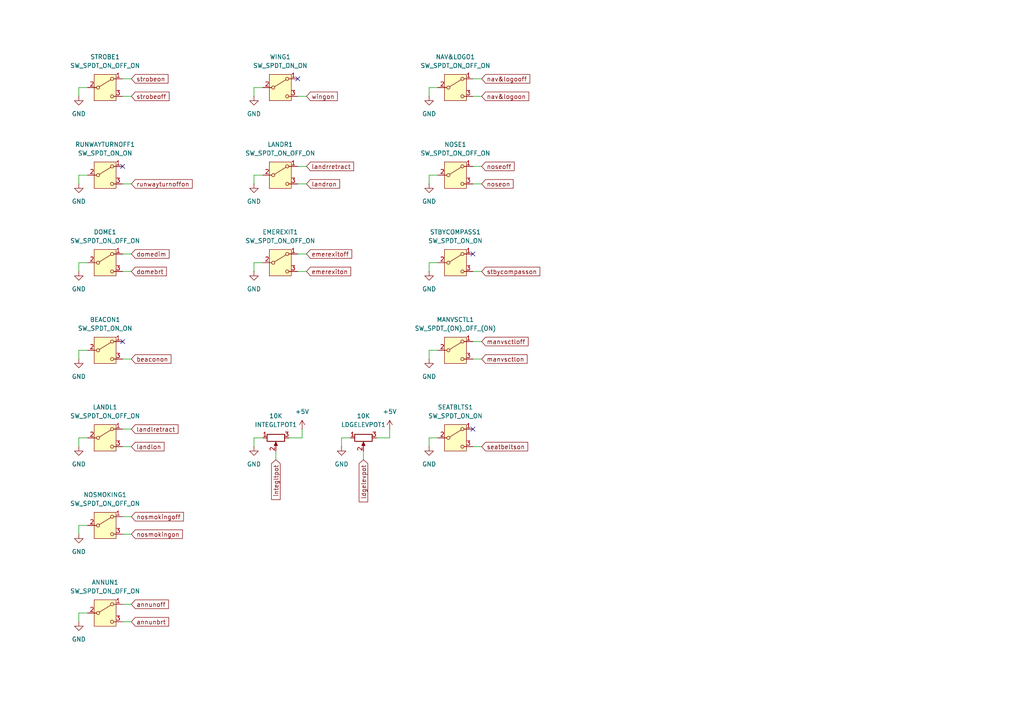
<source format=kicad_sch>
(kicad_sch (version 20231120) (generator "eeschema") (generator_version "8.0")
  (paper "A4")
  (lib_symbols
    (symbol "Device:R_Potentiometer" (pin_names (offset 1.016) hide)
      (property "Reference" "RV" (at -4.445 0 90))
      (property "Value" "R_Potentiometer" (at -2.54 0 90))
      (symbol "R_Potentiometer_0_1"
        (polyline (pts (xy 2.54 0) (xy 1.524 0)))
        (polyline (pts (xy 1.143 0) (xy 2.286 0.508) (xy 2.286 -0.508) (xy 1.143 0)) (fill (type outline)))
        (rectangle (start 1.016 2.54) (end -1.016 -2.54) (stroke (width 0.254)))
      )
      (symbol "R_Potentiometer_1_1"
        (pin passive line (at 0 3.81 270) (length 1.27) (name "1") (number "1"))
        (pin passive line (at 3.81 0 180) (length 1.27) (name "2") (number "2"))
        (pin passive line (at 0 -3.81 90) (length 1.27) (name "3") (number "3"))
      )
    )
    (symbol "Switch:SW_SPDT" (pin_names (offset 0) hide)
      (property "Reference" "SW" (at 0 5.08 0))
      (property "Value" "SW_SPDT" (at 0 -5.08 0))
      (symbol "SW_SPDT_0_1"
        (circle (center -2.032 0) (radius 0.4572))
        (polyline (pts (xy -1.651 0.254) (xy 1.651 2.286)))
        (circle (center 2.032 -2.54) (radius 0.4572))
        (circle (center 2.032 2.54) (radius 0.4572))
      )
      (symbol "SW_SPDT_1_1"
        (rectangle (start -3.175 3.81) (end 3.175 -3.81) (fill (type background)))
        (pin passive line (at 5.08 2.54 180) (length 2.54) (name "A") (number "1"))
        (pin passive line (at -5.08 0 0) (length 2.54) (name "B") (number "2"))
        (pin passive line (at 5.08 -2.54 180) (length 2.54) (name "C") (number "3"))
      )
    )
    (symbol "power:+5V" (power) (pin_numbers hide) (pin_names (offset 0) hide)
      (property "Value" "+5V" (at 0 3.556 0))
      (symbol "+5V_0_1"
        (polyline (pts (xy -0.762 1.27) (xy 0 2.54)))
        (polyline (pts (xy 0 0) (xy 0 2.54)))
        (polyline (pts (xy 0 2.54) (xy 0.762 1.27)))
      )
      (symbol "+5V_1_1"
        (pin power_in line (at 0 0 90) (length 0) (name "~") (number "1"))
      )
    )
    (symbol "power:GND" (power) (pin_numbers hide) (pin_names (offset 0) hide)
      (property "Value" "GND" (at 0 -3.81 0))
      (symbol "GND_0_1"
        (polyline (pts (xy 0 0) (xy 0 -1.27) (xy 1.27 -1.27) (xy 0 -2.54) (xy -1.27 -1.27) (xy 0 -1.27)))
      )
      (symbol "GND_1_1"
        (pin power_in line (at 0 0 270) (length 0) (name "~") (number "1"))
      )
    )
  )
  (no_connect (at 86.36 22.86))
  (no_connect (at 35.56 99.06))
  (no_connect (at 137.16 124.46))
  (no_connect (at 137.16 73.66))
  (no_connect (at 35.56 48.26))
  (wire (pts (xy 127 101.6) (xy 124.46 101.6)))
  (wire (pts (xy 35.56 149.86) (xy 38.1 149.86)))
  (wire (pts (xy 25.4 50.8) (xy 22.86 50.8)))
  (wire (pts (xy 35.56 78.74) (xy 38.1 78.74)))
  (wire (pts (xy 113.03 127) (xy 109.22 127)))
  (wire (pts (xy 80.01 130.81) (xy 80.01 133.35)))
  (wire (pts (xy 22.86 101.6) (xy 22.86 104.14)))
  (wire (pts (xy 73.66 127) (xy 73.66 129.54)))
  (wire (pts (xy 35.56 27.94) (xy 38.1 27.94)))
  (wire (pts (xy 35.56 22.86) (xy 38.1 22.86)))
  (wire (pts (xy 127 25.4) (xy 124.46 25.4)))
  (wire (pts (xy 87.63 124.46) (xy 87.63 127)))
  (wire (pts (xy 22.86 152.4) (xy 22.86 154.94)))
  (wire (pts (xy 35.56 154.94) (xy 38.1 154.94)))
  (wire (pts (xy 99.06 127) (xy 99.06 129.54)))
  (wire (pts (xy 86.36 48.26) (xy 88.9 48.26)))
  (wire (pts (xy 35.56 175.26) (xy 38.1 175.26)))
  (wire (pts (xy 124.46 50.8) (xy 124.46 53.34)))
  (wire (pts (xy 124.46 101.6) (xy 124.46 104.14)))
  (wire (pts (xy 22.86 177.8) (xy 22.86 180.34)))
  (wire (pts (xy 137.16 104.14) (xy 139.7 104.14)))
  (wire (pts (xy 22.86 25.4) (xy 22.86 27.94)))
  (wire (pts (xy 35.56 180.34) (xy 38.1 180.34)))
  (wire (pts (xy 35.56 124.46) (xy 38.1 124.46)))
  (wire (pts (xy 76.2 127) (xy 73.66 127)))
  (wire (pts (xy 22.86 127) (xy 22.86 129.54)))
  (wire (pts (xy 87.63 127) (xy 83.82 127)))
  (wire (pts (xy 124.46 76.2) (xy 124.46 78.74)))
  (wire (pts (xy 105.41 130.81) (xy 105.41 133.35)))
  (wire (pts (xy 137.16 53.34) (xy 139.7 53.34)))
  (wire (pts (xy 73.66 50.8) (xy 73.66 53.34)))
  (wire (pts (xy 25.4 152.4) (xy 22.86 152.4)))
  (wire (pts (xy 76.2 25.4) (xy 73.66 25.4)))
  (wire (pts (xy 86.36 73.66) (xy 88.9 73.66)))
  (wire (pts (xy 76.2 76.2) (xy 73.66 76.2)))
  (wire (pts (xy 86.36 27.94) (xy 88.9 27.94)))
  (wire (pts (xy 127 127) (xy 124.46 127)))
  (wire (pts (xy 101.6 127) (xy 99.06 127)))
  (wire (pts (xy 25.4 127) (xy 22.86 127)))
  (wire (pts (xy 25.4 76.2) (xy 22.86 76.2)))
  (wire (pts (xy 137.16 22.86) (xy 139.7 22.86)))
  (wire (pts (xy 127 50.8) (xy 124.46 50.8)))
  (wire (pts (xy 137.16 99.06) (xy 139.7 99.06)))
  (wire (pts (xy 22.86 76.2) (xy 22.86 78.74)))
  (wire (pts (xy 25.4 25.4) (xy 22.86 25.4)))
  (wire (pts (xy 137.16 27.94) (xy 139.7 27.94)))
  (wire (pts (xy 137.16 129.54) (xy 139.7 129.54)))
  (wire (pts (xy 25.4 177.8) (xy 22.86 177.8)))
  (wire (pts (xy 35.56 104.14) (xy 38.1 104.14)))
  (wire (pts (xy 113.03 124.46) (xy 113.03 127)))
  (wire (pts (xy 137.16 78.74) (xy 139.7 78.74)))
  (wire (pts (xy 73.66 76.2) (xy 73.66 78.74)))
  (wire (pts (xy 73.66 25.4) (xy 73.66 27.94)))
  (wire (pts (xy 35.56 53.34) (xy 38.1 53.34)))
  (wire (pts (xy 127 76.2) (xy 124.46 76.2)))
  (wire (pts (xy 124.46 127) (xy 124.46 129.54)))
  (wire (pts (xy 35.56 129.54) (xy 38.1 129.54)))
  (wire (pts (xy 76.2 50.8) (xy 73.66 50.8)))
  (wire (pts (xy 35.56 73.66) (xy 38.1 73.66)))
  (wire (pts (xy 137.16 48.26) (xy 139.7 48.26)))
  (wire (pts (xy 86.36 53.34) (xy 88.9 53.34)))
  (wire (pts (xy 25.4 101.6) (xy 22.86 101.6)))
  (wire (pts (xy 86.36 78.74) (xy 88.9 78.74)))
  (wire (pts (xy 124.46 25.4) (xy 124.46 27.94)))
  (wire (pts (xy 22.86 50.8) (xy 22.86 53.34)))
  (global_label "landron" (shape input) (at 88.9 53.34 0) (property "Intersheetrefs" "${INTERSHEET_REFS}" (effects (hide yes))))
  (global_label "nav&logoon" (shape input) (at 139.7 27.94 0) (property "Intersheetrefs" "${INTERSHEET_REFS}" (effects (hide yes))))
  (global_label "domebrt" (shape input) (at 38.1 78.74 0) (property "Intersheetrefs" "${INTERSHEET_REFS}" (effects (hide yes))))
  (global_label "manvsctlon" (shape input) (at 139.7 104.14 0) (property "Intersheetrefs" "${INTERSHEET_REFS}" (effects (hide yes))))
  (global_label "strobeoff" (shape input) (at 38.1 27.94 0) (property "Intersheetrefs" "${INTERSHEET_REFS}" (effects (hide yes))))
  (global_label "strobeon" (shape input) (at 38.1 22.86 0) (property "Intersheetrefs" "${INTERSHEET_REFS}" (effects (hide yes))))
  (global_label "nav&logooff" (shape input) (at 139.7 22.86 0) (property "Intersheetrefs" "${INTERSHEET_REFS}" (effects (hide yes))))
  (global_label "runwayturnoffon" (shape input) (at 38.1 53.34 0) (property "Intersheetrefs" "${INTERSHEET_REFS}" (effects (hide yes))))
  (global_label "landlon" (shape input) (at 38.1 129.54 0) (property "Intersheetrefs" "${INTERSHEET_REFS}" (effects (hide yes))))
  (global_label "noseoff" (shape input) (at 139.7 48.26 0) (property "Intersheetrefs" "${INTERSHEET_REFS}" (effects (hide yes))))
  (global_label "ldgelevpot" (shape input) (at 105.41 133.35 270) (property "Intersheetrefs" "${INTERSHEET_REFS}" (effects (hide yes))))
  (global_label "nosmokingon" (shape input) (at 38.1 154.94 0) (property "Intersheetrefs" "${INTERSHEET_REFS}" (effects (hide yes))))
  (global_label "nosmokingoff" (shape input) (at 38.1 149.86 0) (property "Intersheetrefs" "${INTERSHEET_REFS}" (effects (hide yes))))
  (global_label "landlretract" (shape input) (at 38.1 124.46 0) (property "Intersheetrefs" "${INTERSHEET_REFS}" (effects (hide yes))))
  (global_label "annunbrt" (shape input) (at 38.1 180.34 0) (property "Intersheetrefs" "${INTERSHEET_REFS}" (effects (hide yes))))
  (global_label "integltpot" (shape input) (at 80.01 133.35 270) (property "Intersheetrefs" "${INTERSHEET_REFS}" (effects (hide yes))))
  (global_label "emerexitoff" (shape input) (at 88.9 73.66 0) (property "Intersheetrefs" "${INTERSHEET_REFS}" (effects (hide yes))))
  (global_label "manvsctloff" (shape input) (at 139.7 99.06 0) (property "Intersheetrefs" "${INTERSHEET_REFS}" (effects (hide yes))))
  (global_label "wingon" (shape input) (at 88.9 27.94 0) (property "Intersheetrefs" "${INTERSHEET_REFS}" (effects (hide yes))))
  (global_label "landrretract" (shape input) (at 88.9 48.26 0) (property "Intersheetrefs" "${INTERSHEET_REFS}" (effects (hide yes))))
  (global_label "noseon" (shape input) (at 139.7 53.34 0) (property "Intersheetrefs" "${INTERSHEET_REFS}" (effects (hide yes))))
  (global_label "annunoff" (shape input) (at 38.1 175.26 0) (property "Intersheetrefs" "${INTERSHEET_REFS}" (effects (hide yes))))
  (global_label "stbycompasson" (shape input) (at 139.7 78.74 0) (property "Intersheetrefs" "${INTERSHEET_REFS}" (effects (hide yes))))
  (global_label "seatbeltson" (shape input) (at 139.7 129.54 0) (property "Intersheetrefs" "${INTERSHEET_REFS}" (effects (hide yes))))
  (global_label "domedim" (shape input) (at 38.1 73.66 0) (property "Intersheetrefs" "${INTERSHEET_REFS}" (effects (hide yes))))
  (global_label "emerexiton" (shape input) (at 88.9 78.74 0) (property "Intersheetrefs" "${INTERSHEET_REFS}" (effects (hide yes))))
  (global_label "beaconon" (shape input) (at 38.1 104.14 0) (property "Intersheetrefs" "${INTERSHEET_REFS}" (effects (hide yes))))
  (symbol (lib_id "power:GND") (at 124.46 104.14 0) (unit 1)
    (property "Reference" "#PWR032" (effects (hide yes)))
    (property "Value" "GND" (at 124.46 109.22 0))
    (property "Description" "Power symbol creates a global label with name \"GND\" , ground" (effects (hide yes)))
  )
  (symbol (lib_id "Device:R_Potentiometer") (at 80.01 127 90) (mirror x) (unit 1) (on_board no)
    (property "Reference" "INTEGLTPOT1" (at 80.01 123.19 90))
    (property "Value" "10K" (at 80.01 120.65 90))
    (property "Description" "Potentiometer" (effects (hide yes)))
  )
  (symbol (lib_id "power:GND") (at 22.86 78.74 0) (unit 1)
    (property "Reference" "#PWR017" (effects (hide yes)))
    (property "Value" "GND" (at 22.86 83.82 0))
    (property "Description" "Power symbol creates a global label with name \"GND\" , ground" (effects (hide yes)))
  )
  (symbol (lib_id "Switch:SW_SPDT") (at 30.48 50.8 0) (unit 1) (on_board no)
    (property "Reference" "RUNWAYTURNOFF1" (at 30.48 41.91 0))
    (property "Value" "SW_SPDT_ON_ON" (at 30.48 44.45 0))
    (property "Description" "Switch, single pole double throw" (effects (hide yes)))
  )
  (symbol (lib_id "power:GND") (at 124.46 53.34 0) (unit 1)
    (property "Reference" "#PWR030" (effects (hide yes)))
    (property "Value" "GND" (at 124.46 58.42 0))
    (property "Description" "Power symbol creates a global label with name \"GND\" , ground" (effects (hide yes)))
  )
  (symbol (lib_id "Switch:SW_SPDT") (at 30.48 76.2 0) (unit 1) (on_board no)
    (property "Reference" "DOME1" (at 30.48 67.31 0))
    (property "Value" "SW_SPDT_ON_OFF_ON" (at 30.48 69.85 0))
    (property "Description" "Switch, single pole double throw" (effects (hide yes)))
  )
  (symbol (lib_id "power:GND") (at 124.46 27.94 0) (unit 1)
    (property "Reference" "#PWR029" (effects (hide yes)))
    (property "Value" "GND" (at 124.46 33.02 0))
    (property "Description" "Power symbol creates a global label with name \"GND\" , ground" (effects (hide yes)))
  )
  (symbol (lib_id "power:+5V") (at 113.03 124.46 0) (unit 1)
    (property "Reference" "#PWR028" (effects (hide yes)))
    (property "Value" "+5V" (at 113.03 119.38 0))
    (property "Description" "Power symbol creates a global label with name \"+5V\"" (effects (hide yes)))
  )
  (symbol (lib_id "Switch:SW_SPDT") (at 30.48 152.4 0) (unit 1) (on_board no)
    (property "Reference" "NOSMOKING1" (at 30.48 143.51 0))
    (property "Value" "SW_SPDT_ON_OFF_ON" (at 30.48 146.05 0))
    (property "Description" "Switch, single pole double throw" (effects (hide yes)))
  )
  (symbol (lib_id "Switch:SW_SPDT") (at 132.08 50.8 0) (unit 1) (on_board no)
    (property "Reference" "NOSE1" (at 132.08 41.91 0))
    (property "Value" "SW_SPDT_ON_OFF_ON" (at 132.08 44.45 0))
    (property "Description" "Switch, single pole double throw" (effects (hide yes)))
  )
  (symbol (lib_id "Switch:SW_SPDT") (at 30.48 25.4 0) (unit 1) (on_board no)
    (property "Reference" "STROBE1" (at 30.48 16.51 0))
    (property "Value" "SW_SPDT_ON_OFF_ON" (at 30.48 19.05 0))
    (property "Description" "Switch, single pole double throw" (effects (hide yes)))
  )
  (symbol (lib_id "Switch:SW_SPDT") (at 81.28 25.4 0) (unit 1) (on_board no)
    (property "Reference" "WING1" (at 81.28 16.51 0))
    (property "Value" "SW_SPDT_ON_ON" (at 81.28 19.05 0))
    (property "Description" "Switch, single pole double throw" (effects (hide yes)))
  )
  (symbol (lib_id "power:+5V") (at 87.63 124.46 0) (unit 1)
    (property "Reference" "#PWR026" (effects (hide yes)))
    (property "Value" "+5V" (at 87.63 119.38 0))
    (property "Description" "Power symbol creates a global label with name \"+5V\"" (effects (hide yes)))
  )
  (symbol (lib_id "power:GND") (at 22.86 53.34 0) (unit 1)
    (property "Reference" "#PWR016" (effects (hide yes)))
    (property "Value" "GND" (at 22.86 58.42 0))
    (property "Description" "Power symbol creates a global label with name \"GND\" , ground" (effects (hide yes)))
  )
  (symbol (lib_id "power:GND") (at 73.66 27.94 0) (unit 1)
    (property "Reference" "#PWR022" (effects (hide yes)))
    (property "Value" "GND" (at 73.66 33.02 0))
    (property "Description" "Power symbol creates a global label with name \"GND\" , ground" (effects (hide yes)))
  )
  (symbol (lib_id "Switch:SW_SPDT") (at 132.08 127 0) (unit 1) (on_board no)
    (property "Reference" "SEATBLTS1" (at 132.08 118.11 0))
    (property "Value" "SW_SPDT_ON_ON" (at 132.08 120.65 0))
    (property "Description" "Switch, single pole double throw" (effects (hide yes)))
  )
  (symbol (lib_id "Switch:SW_SPDT") (at 81.28 50.8 0) (unit 1) (on_board no)
    (property "Reference" "LANDR1" (at 81.28 41.91 0))
    (property "Value" "SW_SPDT_ON_OFF_ON" (at 81.28 44.45 0))
    (property "Description" "Switch, single pole double throw" (effects (hide yes)))
  )
  (symbol (lib_id "power:GND") (at 73.66 129.54 0) (unit 1)
    (property "Reference" "#PWR025" (effects (hide yes)))
    (property "Value" "GND" (at 73.66 134.62 0))
    (property "Description" "Power symbol creates a global label with name \"GND\" , ground" (effects (hide yes)))
  )
  (symbol (lib_id "Switch:SW_SPDT") (at 81.28 76.2 0) (unit 1) (on_board no)
    (property "Reference" "EMEREXIT1" (at 81.28 67.31 0))
    (property "Value" "SW_SPDT_ON_OFF_ON" (at 81.28 69.85 0))
    (property "Description" "Switch, single pole double throw" (effects (hide yes)))
  )
  (symbol (lib_id "Device:R_Potentiometer") (at 105.41 127 90) (mirror x) (unit 1) (on_board no)
    (property "Reference" "LDGELEVPOT1" (at 105.41 123.19 90))
    (property "Value" "10K" (at 105.41 120.65 90))
    (property "Description" "Potentiometer" (effects (hide yes)))
  )
  (symbol (lib_id "power:GND") (at 22.86 129.54 0) (unit 1)
    (property "Reference" "#PWR019" (effects (hide yes)))
    (property "Value" "GND" (at 22.86 134.62 0))
    (property "Description" "Power symbol creates a global label with name \"GND\" , ground" (effects (hide yes)))
  )
  (symbol (lib_id "power:GND") (at 99.06 129.54 0) (unit 1)
    (property "Reference" "#PWR027" (effects (hide yes)))
    (property "Value" "GND" (at 99.06 134.62 0))
    (property "Description" "Power symbol creates a global label with name \"GND\" , ground" (effects (hide yes)))
  )
  (symbol (lib_id "power:GND") (at 22.86 154.94 0) (unit 1)
    (property "Reference" "#PWR020" (effects (hide yes)))
    (property "Value" "GND" (at 22.86 160.02 0))
    (property "Description" "Power symbol creates a global label with name \"GND\" , ground" (effects (hide yes)))
  )
  (symbol (lib_id "power:GND") (at 22.86 104.14 0) (unit 1)
    (property "Reference" "#PWR018" (effects (hide yes)))
    (property "Value" "GND" (at 22.86 109.22 0))
    (property "Description" "Power symbol creates a global label with name \"GND\" , ground" (effects (hide yes)))
  )
  (symbol (lib_id "Switch:SW_SPDT") (at 30.48 127 0) (unit 1) (on_board no)
    (property "Reference" "LANDL1" (at 30.48 118.11 0))
    (property "Value" "SW_SPDT_ON_OFF_ON" (at 30.48 120.65 0))
    (property "Description" "Switch, single pole double throw" (effects (hide yes)))
  )
  (symbol (lib_id "Switch:SW_SPDT") (at 30.48 177.8 0) (unit 1) (on_board no)
    (property "Reference" "ANNUN1" (at 30.48 168.91 0))
    (property "Value" "SW_SPDT_ON_OFF_ON" (at 30.48 171.45 0))
    (property "Description" "Switch, single pole double throw" (effects (hide yes)))
  )
  (symbol (lib_id "power:GND") (at 124.46 78.74 0) (unit 1)
    (property "Reference" "#PWR031" (effects (hide yes)))
    (property "Value" "GND" (at 124.46 83.82 0))
    (property "Description" "Power symbol creates a global label with name \"GND\" , ground" (effects (hide yes)))
  )
  (symbol (lib_id "Switch:SW_SPDT") (at 132.08 25.4 0) (unit 1) (on_board no)
    (property "Reference" "NAV&LOGO1" (at 132.08 16.51 0))
    (property "Value" "SW_SPDT_ON_OFF_ON" (at 132.08 19.05 0))
    (property "Description" "Switch, single pole double throw" (effects (hide yes)))
  )
  (symbol (lib_id "power:GND") (at 22.86 180.34 0) (unit 1)
    (property "Reference" "#PWR021" (effects (hide yes)))
    (property "Value" "GND" (at 22.86 185.42 0))
    (property "Description" "Power symbol creates a global label with name \"GND\" , ground" (effects (hide yes)))
  )
  (symbol (lib_id "Switch:SW_SPDT") (at 132.08 76.2 0) (unit 1) (on_board no)
    (property "Reference" "STBYCOMPASS1" (at 132.08 67.31 0))
    (property "Value" "SW_SPDT_ON_ON" (at 132.08 69.85 0))
    (property "Description" "Switch, single pole double throw" (effects (hide yes)))
  )
  (symbol (lib_id "Switch:SW_SPDT") (at 132.08 101.6 0) (unit 1) (on_board no)
    (property "Reference" "MANVSCTL1" (at 132.08 92.71 0))
    (property "Value" "SW_SPDT_(ON)_OFF_(ON)" (at 132.08 95.25 0))
    (property "Description" "Switch, single pole double throw" (effects (hide yes)))
  )
  (symbol (lib_id "power:GND") (at 73.66 78.74 0) (unit 1)
    (property "Reference" "#PWR024" (effects (hide yes)))
    (property "Value" "GND" (at 73.66 83.82 0))
    (property "Description" "Power symbol creates a global label with name \"GND\" , ground" (effects (hide yes)))
  )
  (symbol (lib_id "power:GND") (at 124.46 129.54 0) (unit 1)
    (property "Reference" "#PWR033" (effects (hide yes)))
    (property "Value" "GND" (at 124.46 134.62 0))
    (property "Description" "Power symbol creates a global label with name \"GND\" , ground" (effects (hide yes)))
  )
  (symbol (lib_id "Switch:SW_SPDT") (at 30.48 101.6 0) (unit 1) (on_board no)
    (property "Reference" "BEACON1" (at 30.48 92.71 0))
    (property "Value" "SW_SPDT_ON_ON" (at 30.48 95.25 0))
    (property "Description" "Switch, single pole double throw" (effects (hide yes)))
  )
  (symbol (lib_id "power:GND") (at 22.86 27.94 0) (unit 1)
    (property "Reference" "#PWR015" (effects (hide yes)))
    (property "Value" "GND" (at 22.86 33.02 0))
    (property "Description" "Power symbol creates a global label with name \"GND\" , ground" (effects (hide yes)))
  )
  (symbol (lib_id "power:GND") (at 73.66 53.34 0) (unit 1)
    (property "Reference" "#PWR023" (effects (hide yes)))
    (property "Value" "GND" (at 73.66 58.42 0))
    (property "Description" "Power symbol creates a global label with name \"GND\" , ground" (effects (hide yes)))
  )
)
</source>
